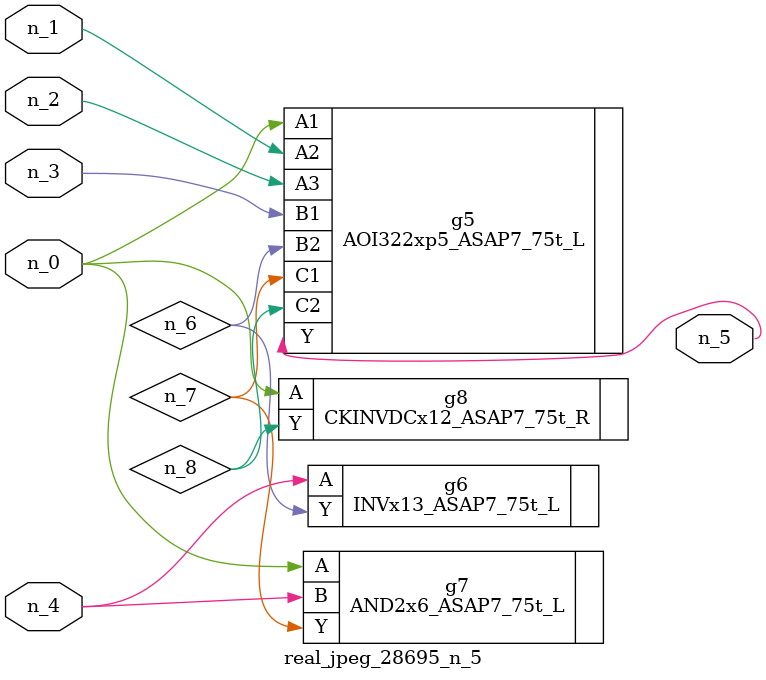
<source format=v>
module real_jpeg_28695_n_5 (n_4, n_0, n_1, n_2, n_3, n_5);

input n_4;
input n_0;
input n_1;
input n_2;
input n_3;

output n_5;

wire n_8;
wire n_6;
wire n_7;

AOI322xp5_ASAP7_75t_L g5 ( 
.A1(n_0),
.A2(n_1),
.A3(n_2),
.B1(n_3),
.B2(n_6),
.C1(n_7),
.C2(n_8),
.Y(n_5)
);

AND2x6_ASAP7_75t_L g7 ( 
.A(n_0),
.B(n_4),
.Y(n_7)
);

CKINVDCx12_ASAP7_75t_R g8 ( 
.A(n_0),
.Y(n_8)
);

INVx13_ASAP7_75t_L g6 ( 
.A(n_4),
.Y(n_6)
);


endmodule
</source>
